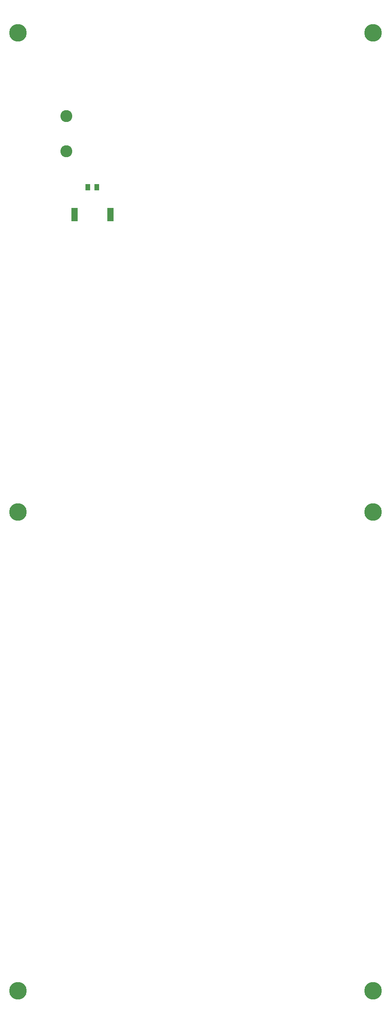
<source format=gbs>
%TF.GenerationSoftware,KiCad,Pcbnew,9.0.1*%
%TF.CreationDate,2025-04-26T11:32:12-07:00*%
%TF.ProjectId,Coil_Panel_XY,436f696c-5f50-4616-9e65-6c5f58592e6b,2.2*%
%TF.SameCoordinates,Original*%
%TF.FileFunction,Soldermask,Bot*%
%TF.FilePolarity,Negative*%
%FSLAX46Y46*%
G04 Gerber Fmt 4.6, Leading zero omitted, Abs format (unit mm)*
G04 Created by KiCad (PCBNEW 9.0.1) date 2025-04-26 11:32:12*
%MOMM*%
%LPD*%
G01*
G04 APERTURE LIST*
%ADD10C,2.600000*%
%ADD11C,3.800000*%
%ADD12R,1.100000X1.450000*%
%ADD13R,1.350000X2.899999*%
G04 APERTURE END LIST*
D10*
%TO.C,H2*%
X109250000Y-24000000D03*
D11*
X109250000Y-24000000D03*
%TD*%
D10*
%TO.C,TP1*%
X42700000Y-41980000D03*
X42700000Y-49600000D03*
%TD*%
%TO.C,H3*%
X109250000Y-127750000D03*
D11*
X109250000Y-127750000D03*
%TD*%
D10*
%TO.C,H6*%
X32250000Y-231500000D03*
D11*
X32250000Y-231500000D03*
%TD*%
D10*
%TO.C,H5*%
X32250000Y-127750000D03*
D11*
X32250000Y-127750000D03*
%TD*%
D10*
%TO.C,H1*%
X32250000Y-24000000D03*
D11*
X32250000Y-24000000D03*
%TD*%
D10*
%TO.C,H4*%
X109250000Y-231500000D03*
D11*
X109250000Y-231500000D03*
%TD*%
D12*
%TO.C,J1*%
X49354000Y-57382370D03*
X47353999Y-57382370D03*
D13*
X52248998Y-63357369D03*
X44459003Y-63357369D03*
%TD*%
M02*

</source>
